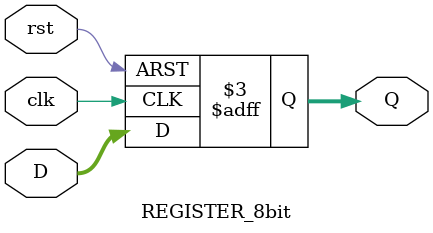
<source format=v>
/*
6502 Implemention in Verilog

Copyright (c) <2019> S.H Kim (soohyunkim@kw.ac.kr)

See the file LICENSE for copying permission.
*/

//8bit Register module
module REGISTER_8bit(
    input clk,
    input rst,
    input [7:0]D,
    output reg [7:0] Q
);

    //6502 is active-low reset
    always @ (posedge clk or negedge rst) begin
        if(~rst) Q = 8'b00000000;
        else Q <= D;
    end

endmodule

</source>
